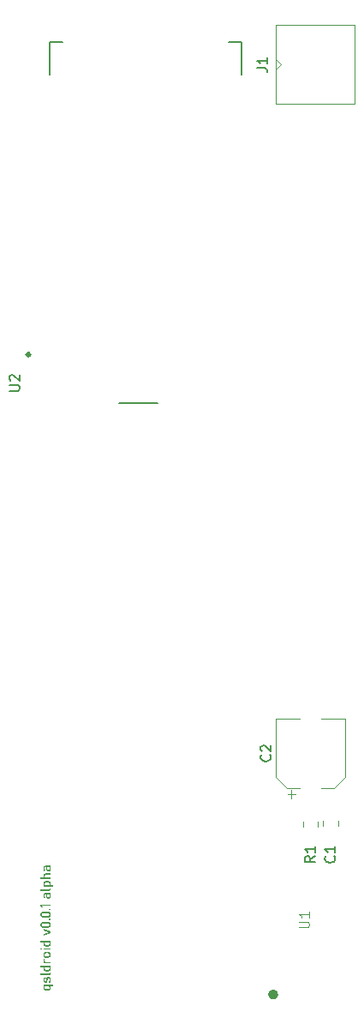
<source format=gbr>
%TF.GenerationSoftware,KiCad,Pcbnew,8.0.6*%
%TF.CreationDate,2024-10-23T18:19:57-04:00*%
%TF.ProjectId,MobileRadio,4d6f6269-6c65-4526-9164-696f2e6b6963,rev?*%
%TF.SameCoordinates,Original*%
%TF.FileFunction,Legend,Top*%
%TF.FilePolarity,Positive*%
%FSLAX46Y46*%
G04 Gerber Fmt 4.6, Leading zero omitted, Abs format (unit mm)*
G04 Created by KiCad (PCBNEW 8.0.6) date 2024-10-23 18:19:57*
%MOMM*%
%LPD*%
G01*
G04 APERTURE LIST*
%ADD10C,0.100000*%
%ADD11C,0.150000*%
%ADD12C,0.504000*%
%ADD13C,0.120000*%
%ADD14C,0.127000*%
%ADD15C,0.300000*%
G04 APERTURE END LIST*
D10*
X127372419Y-142196115D02*
X128181942Y-142196115D01*
X128181942Y-142196115D02*
X128277180Y-142148496D01*
X128277180Y-142148496D02*
X128324800Y-142100877D01*
X128324800Y-142100877D02*
X128372419Y-142005639D01*
X128372419Y-142005639D02*
X128372419Y-141815163D01*
X128372419Y-141815163D02*
X128324800Y-141719925D01*
X128324800Y-141719925D02*
X128277180Y-141672306D01*
X128277180Y-141672306D02*
X128181942Y-141624687D01*
X128181942Y-141624687D02*
X127372419Y-141624687D01*
X128372419Y-140624687D02*
X128372419Y-141196115D01*
X128372419Y-140910401D02*
X127372419Y-140910401D01*
X127372419Y-140910401D02*
X127515276Y-141005639D01*
X127515276Y-141005639D02*
X127610514Y-141100877D01*
X127610514Y-141100877D02*
X127658133Y-141196115D01*
G36*
X103118450Y-147987334D02*
G01*
X102120474Y-147987334D01*
X102120474Y-147847871D01*
X103118450Y-147847871D01*
X103118450Y-147987334D01*
G37*
G36*
X102842212Y-148165631D02*
G01*
X102838600Y-148214565D01*
X102825629Y-148264192D01*
X102799759Y-148311994D01*
X102766741Y-148347348D01*
X102725128Y-148375237D01*
X102675760Y-148395158D01*
X102626202Y-148406053D01*
X102570707Y-148410846D01*
X102553761Y-148411095D01*
X102397201Y-148411095D01*
X102347650Y-148408897D01*
X102295398Y-148400776D01*
X102243008Y-148384167D01*
X102198433Y-148359743D01*
X102183733Y-148348569D01*
X102147132Y-148309360D01*
X102122510Y-148262075D01*
X102110680Y-148213265D01*
X102108018Y-148172470D01*
X102113459Y-148123202D01*
X102131491Y-148074022D01*
X102140990Y-148057431D01*
X102172016Y-148018269D01*
X102211911Y-147985718D01*
X102233314Y-147972923D01*
X102378150Y-147987334D01*
X102329143Y-147993103D01*
X102300969Y-148003698D01*
X102262700Y-148034918D01*
X102252121Y-148051325D01*
X102236914Y-148100326D01*
X102235268Y-148126796D01*
X102242403Y-148177797D01*
X102266045Y-148221181D01*
X102278499Y-148233775D01*
X102322798Y-148259654D01*
X102371410Y-148270302D01*
X102399399Y-148271632D01*
X102553761Y-148271632D01*
X102602806Y-148267159D01*
X102649977Y-148250338D01*
X102673196Y-148233775D01*
X102703349Y-148191414D01*
X102714549Y-148143588D01*
X102715205Y-148126796D01*
X102708431Y-148076479D01*
X102697864Y-148051325D01*
X102664762Y-148014081D01*
X102647550Y-148003698D01*
X102598804Y-147989267D01*
X102568904Y-147987334D01*
X102718625Y-147977808D01*
X102761304Y-148001787D01*
X102797168Y-148035206D01*
X102804354Y-148043754D01*
X102828865Y-148086491D01*
X102840400Y-148134170D01*
X102842212Y-148165631D01*
G37*
G36*
X102840258Y-147385519D02*
G01*
X102838075Y-147437179D01*
X102831525Y-147486095D01*
X102819127Y-147537229D01*
X102812658Y-147556734D01*
X102792585Y-147603245D01*
X102767168Y-147646607D01*
X102736409Y-147686822D01*
X102729616Y-147694487D01*
X102627766Y-147611688D01*
X102657499Y-147568480D01*
X102681118Y-147525684D01*
X102693468Y-147497383D01*
X102708327Y-147448202D01*
X102714866Y-147399395D01*
X102715205Y-147385519D01*
X102712175Y-147333502D01*
X102700780Y-147284678D01*
X102689560Y-147261444D01*
X102652594Y-147228068D01*
X102612623Y-147220167D01*
X102564961Y-147237012D01*
X102556692Y-147247766D01*
X102539281Y-147293912D01*
X102534954Y-147320307D01*
X102529987Y-147369658D01*
X102526406Y-147416294D01*
X102521054Y-147467169D01*
X102515903Y-147501779D01*
X102503359Y-147549372D01*
X102490013Y-147578960D01*
X102459445Y-147617180D01*
X102434326Y-147634891D01*
X102387850Y-147651090D01*
X102339017Y-147655632D01*
X102335163Y-147655652D01*
X102282300Y-147651332D01*
X102231332Y-147636144D01*
X102189367Y-147610021D01*
X102166392Y-147586531D01*
X102139236Y-147542299D01*
X102122559Y-147493996D01*
X102113727Y-147444794D01*
X102110271Y-147389117D01*
X102110216Y-147380635D01*
X102112434Y-147329701D01*
X102119089Y-147281010D01*
X102131533Y-147230039D01*
X102132930Y-147225540D01*
X102151207Y-147177241D01*
X102175141Y-147131077D01*
X102201807Y-147090963D01*
X102303656Y-147174982D01*
X102278695Y-147218002D01*
X102258125Y-147263790D01*
X102252365Y-147280006D01*
X102240093Y-147327784D01*
X102235285Y-147377564D01*
X102235268Y-147380635D01*
X102239299Y-147432696D01*
X102255328Y-147480613D01*
X102259692Y-147487613D01*
X102299363Y-147518048D01*
X102332233Y-147523028D01*
X102376797Y-147501347D01*
X102378639Y-147498360D01*
X102394429Y-147450274D01*
X102396713Y-147433391D01*
X102401181Y-147383296D01*
X102404040Y-147346441D01*
X102408651Y-147296320D01*
X102414054Y-147256803D01*
X102426273Y-147207816D01*
X102441653Y-147173028D01*
X102472991Y-147132831D01*
X102502470Y-147111479D01*
X102550158Y-147094077D01*
X102599786Y-147088480D01*
X102612623Y-147088276D01*
X102666082Y-147092916D01*
X102717684Y-147109231D01*
X102760243Y-147137292D01*
X102783593Y-147162526D01*
X102810985Y-147210085D01*
X102827807Y-147262319D01*
X102836716Y-147315712D01*
X102840036Y-147367189D01*
X102840258Y-147385519D01*
G37*
G36*
X101836175Y-146771004D02*
G01*
X102646817Y-146771004D01*
X102686385Y-146759769D01*
X102700795Y-146728018D01*
X102700795Y-146662316D01*
X102833419Y-146662316D01*
X102833419Y-146744382D01*
X102827618Y-146794324D01*
X102808057Y-146839393D01*
X102784326Y-146866748D01*
X102741656Y-146893389D01*
X102692585Y-146907009D01*
X102645352Y-146910467D01*
X101836175Y-146910467D01*
X101836175Y-146771004D01*
G37*
G36*
X102830000Y-146101779D02*
G01*
X101836175Y-146101779D01*
X101836175Y-145962316D01*
X102830000Y-145962316D01*
X102830000Y-146101779D01*
G37*
G36*
X102842212Y-146280076D02*
G01*
X102838600Y-146329010D01*
X102825629Y-146378637D01*
X102799759Y-146426439D01*
X102766741Y-146461793D01*
X102725128Y-146489682D01*
X102675760Y-146509603D01*
X102626202Y-146520498D01*
X102570707Y-146525291D01*
X102553761Y-146525540D01*
X102397201Y-146525540D01*
X102347650Y-146523342D01*
X102295398Y-146515221D01*
X102243008Y-146498613D01*
X102198433Y-146474188D01*
X102183733Y-146463014D01*
X102147132Y-146423805D01*
X102122510Y-146376521D01*
X102110680Y-146327710D01*
X102108018Y-146286915D01*
X102113459Y-146237647D01*
X102131491Y-146188467D01*
X102140990Y-146171877D01*
X102172016Y-146132714D01*
X102211911Y-146100163D01*
X102233314Y-146087369D01*
X102378150Y-146101779D01*
X102329143Y-146107548D01*
X102300969Y-146118143D01*
X102262700Y-146149364D01*
X102252121Y-146165771D01*
X102236914Y-146214771D01*
X102235268Y-146241242D01*
X102242403Y-146292243D01*
X102266045Y-146335626D01*
X102278499Y-146348220D01*
X102322798Y-146374099D01*
X102371410Y-146384747D01*
X102399399Y-146386078D01*
X102553761Y-146386078D01*
X102602806Y-146381604D01*
X102649977Y-146364783D01*
X102673196Y-146348220D01*
X102703349Y-146305859D01*
X102714549Y-146258033D01*
X102715205Y-146241242D01*
X102708431Y-146190924D01*
X102697864Y-146165771D01*
X102664762Y-146128527D01*
X102647550Y-146118143D01*
X102598804Y-146103713D01*
X102568904Y-146101779D01*
X102718625Y-146092254D01*
X102761304Y-146116232D01*
X102797168Y-146149651D01*
X102804354Y-146158199D01*
X102828865Y-146200937D01*
X102840400Y-146248615D01*
X102842212Y-146280076D01*
G37*
G36*
X102830000Y-145750802D02*
G01*
X102120474Y-145750802D01*
X102120474Y-145611339D01*
X102830000Y-145611339D01*
X102830000Y-145750802D01*
G37*
G36*
X102288513Y-145360502D02*
G01*
X102257605Y-145400279D01*
X102254563Y-145407152D01*
X102243401Y-145456174D01*
X102242840Y-145471877D01*
X102248886Y-145520937D01*
X102270889Y-145565322D01*
X102279476Y-145574947D01*
X102323012Y-145602241D01*
X102372827Y-145611197D01*
X102380837Y-145611339D01*
X102244061Y-145625750D01*
X102200830Y-145598753D01*
X102162678Y-145563151D01*
X102145875Y-145541242D01*
X102122787Y-145497041D01*
X102111469Y-145449373D01*
X102110216Y-145426203D01*
X102114214Y-145377181D01*
X102124382Y-145338276D01*
X102147032Y-145293034D01*
X102165659Y-145269644D01*
X102288513Y-145360502D01*
G37*
G36*
X102585789Y-144605557D02*
G01*
X102641231Y-144615518D01*
X102690361Y-144632819D01*
X102733181Y-144657459D01*
X102759902Y-144679553D01*
X102795058Y-144721715D01*
X102817579Y-144765069D01*
X102832410Y-144814453D01*
X102839551Y-144869868D01*
X102840258Y-144895464D01*
X102837416Y-144945555D01*
X102826915Y-144998417D01*
X102808678Y-145045272D01*
X102778361Y-145091465D01*
X102759413Y-145111618D01*
X102714747Y-145145064D01*
X102668903Y-145166491D01*
X102616747Y-145180601D01*
X102567019Y-145186872D01*
X102531290Y-145188066D01*
X102415764Y-145188066D01*
X102363485Y-145185379D01*
X102308332Y-145175450D01*
X102259467Y-145158204D01*
X102216890Y-145133642D01*
X102190327Y-145111618D01*
X102155279Y-145069349D01*
X102132825Y-145025927D01*
X102118039Y-144976498D01*
X102110920Y-144921061D01*
X102110216Y-144895464D01*
X102242840Y-144895464D01*
X102249194Y-144945335D01*
X102272669Y-144992058D01*
X102288025Y-145008304D01*
X102330787Y-145034396D01*
X102381351Y-145046675D01*
X102415764Y-145048604D01*
X102533244Y-145048604D01*
X102585810Y-145043842D01*
X102633214Y-145027785D01*
X102661960Y-145008304D01*
X102693182Y-144966870D01*
X102706519Y-144917345D01*
X102707634Y-144895464D01*
X102701211Y-144845329D01*
X102677482Y-144798559D01*
X102661960Y-144782379D01*
X102618566Y-144756445D01*
X102567704Y-144744240D01*
X102533244Y-144742323D01*
X102415764Y-144742323D01*
X102363313Y-144747056D01*
X102316298Y-144763016D01*
X102288025Y-144782379D01*
X102257136Y-144823739D01*
X102243943Y-144873447D01*
X102242840Y-144895464D01*
X102110216Y-144895464D01*
X102113032Y-144845380D01*
X102123437Y-144792550D01*
X102141509Y-144745750D01*
X102171551Y-144699649D01*
X102190327Y-144679553D01*
X102234368Y-144646000D01*
X102279640Y-144624505D01*
X102331199Y-144610350D01*
X102380398Y-144604059D01*
X102415764Y-144602861D01*
X102533244Y-144602861D01*
X102585789Y-144605557D01*
G37*
G36*
X101975394Y-144405512D02*
G01*
X101836175Y-144405512D01*
X101836175Y-144266050D01*
X101975394Y-144266050D01*
X101975394Y-144405512D01*
G37*
G36*
X102830000Y-144405512D02*
G01*
X102120474Y-144405512D01*
X102120474Y-144266050D01*
X102830000Y-144266050D01*
X102830000Y-144405512D01*
G37*
G36*
X102830000Y-143651535D02*
G01*
X101836175Y-143651535D01*
X101836175Y-143512072D01*
X102830000Y-143512072D01*
X102830000Y-143651535D01*
G37*
G36*
X102842212Y-143829832D02*
G01*
X102838600Y-143878766D01*
X102825629Y-143928393D01*
X102799759Y-143976195D01*
X102766741Y-144011549D01*
X102725128Y-144039438D01*
X102675760Y-144059359D01*
X102626202Y-144070254D01*
X102570707Y-144075047D01*
X102553761Y-144075296D01*
X102397201Y-144075296D01*
X102347650Y-144073098D01*
X102295398Y-144064977D01*
X102243008Y-144048368D01*
X102198433Y-144023944D01*
X102183733Y-144012770D01*
X102147132Y-143973561D01*
X102122510Y-143926276D01*
X102110680Y-143877466D01*
X102108018Y-143836671D01*
X102113459Y-143787403D01*
X102131491Y-143738223D01*
X102140990Y-143721632D01*
X102172016Y-143682470D01*
X102211911Y-143649919D01*
X102233314Y-143637124D01*
X102378150Y-143651535D01*
X102329143Y-143657304D01*
X102300969Y-143667899D01*
X102262700Y-143699119D01*
X102252121Y-143715526D01*
X102236914Y-143764527D01*
X102235268Y-143790997D01*
X102242403Y-143841998D01*
X102266045Y-143885382D01*
X102278499Y-143897976D01*
X102322798Y-143923855D01*
X102371410Y-143934502D01*
X102399399Y-143935833D01*
X102553761Y-143935833D01*
X102602806Y-143931360D01*
X102649977Y-143914538D01*
X102673196Y-143897976D01*
X102703349Y-143855615D01*
X102714549Y-143807789D01*
X102715205Y-143790997D01*
X102708431Y-143740680D01*
X102697864Y-143715526D01*
X102664762Y-143678282D01*
X102647550Y-143667899D01*
X102598804Y-143653468D01*
X102568904Y-143651535D01*
X102718625Y-143642009D01*
X102761304Y-143665988D01*
X102797168Y-143699407D01*
X102804354Y-143707955D01*
X102828865Y-143750692D01*
X102840400Y-143798371D01*
X102842212Y-143829832D01*
G37*
G36*
X102627034Y-142681402D02*
G01*
X102120474Y-142507745D01*
X102120474Y-142362177D01*
X102830000Y-142628646D01*
X102830000Y-142734159D01*
X102120474Y-143000628D01*
X102120474Y-142855059D01*
X102627034Y-142681402D01*
G37*
G36*
X102612904Y-141655099D02*
G01*
X102662472Y-141665372D01*
X102712481Y-141685499D01*
X102755406Y-141714572D01*
X102765031Y-141723237D01*
X102797943Y-141763247D01*
X102821451Y-141811959D01*
X102834307Y-141861719D01*
X102839964Y-141918140D01*
X102840258Y-141935484D01*
X102837579Y-141986283D01*
X102827681Y-142039210D01*
X102810491Y-142085312D01*
X102781914Y-142129642D01*
X102764054Y-142148464D01*
X102722594Y-142179346D01*
X102674417Y-142201404D01*
X102626752Y-142213467D01*
X102573945Y-142218775D01*
X102557913Y-142219050D01*
X102106064Y-142219050D01*
X102051073Y-142215614D01*
X102001505Y-142205306D01*
X101951496Y-142185110D01*
X101908570Y-142155938D01*
X101898946Y-142147243D01*
X101866034Y-142107080D01*
X101842526Y-142058400D01*
X101829670Y-142008817D01*
X101824013Y-141952712D01*
X101823719Y-141935484D01*
X101956343Y-141935484D01*
X101961941Y-141986844D01*
X101982625Y-142031657D01*
X101996154Y-142045882D01*
X102040011Y-142070075D01*
X102088959Y-142079061D01*
X102106064Y-142079588D01*
X102557913Y-142079588D01*
X102609751Y-142074025D01*
X102657343Y-142053782D01*
X102667822Y-142045882D01*
X102696398Y-142004716D01*
X102707012Y-141953932D01*
X102707634Y-141935484D01*
X102702035Y-141884010D01*
X102681352Y-141839238D01*
X102667822Y-141825087D01*
X102623723Y-141800718D01*
X102574911Y-141791667D01*
X102557913Y-141791137D01*
X102106064Y-141791137D01*
X102053990Y-141796740D01*
X102006527Y-141817130D01*
X101996154Y-141825087D01*
X101967579Y-141866131D01*
X101956965Y-141916983D01*
X101956343Y-141935484D01*
X101823719Y-141935484D01*
X101826355Y-141885084D01*
X101836094Y-141832469D01*
X101853009Y-141786515D01*
X101881127Y-141742155D01*
X101898702Y-141723237D01*
X101939689Y-141691929D01*
X101987911Y-141669565D01*
X102036042Y-141657335D01*
X102089712Y-141651954D01*
X102106064Y-141651674D01*
X102557913Y-141651674D01*
X102612904Y-141655099D01*
G37*
G36*
X102830000Y-141505373D02*
G01*
X102683698Y-141505373D01*
X102683698Y-141359071D01*
X102830000Y-141359071D01*
X102830000Y-141505373D01*
G37*
G36*
X102612904Y-140648818D02*
G01*
X102662472Y-140659091D01*
X102712481Y-140679219D01*
X102755406Y-140708291D01*
X102765031Y-140716957D01*
X102797943Y-140756967D01*
X102821451Y-140805678D01*
X102834307Y-140855438D01*
X102839964Y-140911860D01*
X102840258Y-140929204D01*
X102837579Y-140980003D01*
X102827681Y-141032930D01*
X102810491Y-141079032D01*
X102781914Y-141123362D01*
X102764054Y-141142184D01*
X102722594Y-141173065D01*
X102674417Y-141195123D01*
X102626752Y-141207186D01*
X102573945Y-141212494D01*
X102557913Y-141212770D01*
X102106064Y-141212770D01*
X102051073Y-141209334D01*
X102001505Y-141199026D01*
X101951496Y-141178830D01*
X101908570Y-141149658D01*
X101898946Y-141140963D01*
X101866034Y-141100800D01*
X101842526Y-141052119D01*
X101829670Y-141002536D01*
X101824013Y-140946432D01*
X101823719Y-140929204D01*
X101956343Y-140929204D01*
X101961941Y-140980564D01*
X101982625Y-141025376D01*
X101996154Y-141039602D01*
X102040011Y-141063795D01*
X102088959Y-141072781D01*
X102106064Y-141073307D01*
X102557913Y-141073307D01*
X102609751Y-141067745D01*
X102657343Y-141047501D01*
X102667822Y-141039602D01*
X102696398Y-140998436D01*
X102707012Y-140947652D01*
X102707634Y-140929204D01*
X102702035Y-140877730D01*
X102681352Y-140832957D01*
X102667822Y-140818806D01*
X102623723Y-140794438D01*
X102574911Y-140785387D01*
X102557913Y-140784856D01*
X102106064Y-140784856D01*
X102053990Y-140790459D01*
X102006527Y-140810849D01*
X101996154Y-140818806D01*
X101967579Y-140859850D01*
X101956965Y-140910703D01*
X101956343Y-140929204D01*
X101823719Y-140929204D01*
X101826355Y-140878803D01*
X101836094Y-140826188D01*
X101853009Y-140780235D01*
X101881127Y-140735874D01*
X101898702Y-140716957D01*
X101939689Y-140685648D01*
X101987911Y-140663285D01*
X102036042Y-140651055D01*
X102089712Y-140645673D01*
X102106064Y-140645394D01*
X102557913Y-140645394D01*
X102612904Y-140648818D01*
G37*
G36*
X102830000Y-140499092D02*
G01*
X102683698Y-140499092D01*
X102683698Y-140352791D01*
X102830000Y-140352791D01*
X102830000Y-140499092D01*
G37*
G36*
X101836175Y-139925610D02*
G01*
X102830000Y-139925610D01*
X102830000Y-140065073D01*
X101987850Y-140065073D01*
X102074556Y-140206489D01*
X101930453Y-140206489D01*
X101836175Y-140065073D01*
X101836175Y-139925610D01*
G37*
G36*
X102830000Y-138917864D02*
G01*
X102380104Y-138917864D01*
X102328666Y-138924031D01*
X102282037Y-138946475D01*
X102271905Y-138955233D01*
X102244205Y-138996907D01*
X102233653Y-139048198D01*
X102233314Y-139060746D01*
X102237792Y-139109998D01*
X102246015Y-139143300D01*
X102264854Y-139188433D01*
X102282407Y-139215840D01*
X102212798Y-139317690D01*
X102176894Y-139280713D01*
X102150121Y-139239068D01*
X102137327Y-139211444D01*
X102121892Y-139164375D01*
X102112863Y-139113842D01*
X102110216Y-139064898D01*
X102113523Y-139009442D01*
X102123446Y-138959758D01*
X102142886Y-138910047D01*
X102170966Y-138867877D01*
X102179337Y-138858513D01*
X102217332Y-138826456D01*
X102262440Y-138803558D01*
X102314662Y-138789820D01*
X102366192Y-138785312D01*
X102373998Y-138785240D01*
X102830000Y-138785240D01*
X102830000Y-138917864D01*
G37*
G36*
X102840258Y-139091521D02*
G01*
X102837675Y-139145557D01*
X102828397Y-139199641D01*
X102809895Y-139250706D01*
X102786280Y-139287404D01*
X102746939Y-139321793D01*
X102701947Y-139341854D01*
X102647874Y-139351597D01*
X102620928Y-139352616D01*
X102571285Y-139348876D01*
X102523466Y-139335728D01*
X102480304Y-139310016D01*
X102462658Y-139292777D01*
X102435095Y-139249557D01*
X102419017Y-139200708D01*
X102411666Y-139149371D01*
X102410390Y-139113503D01*
X102410390Y-138911758D01*
X102522498Y-138902233D01*
X102522498Y-139112770D01*
X102529322Y-139162608D01*
X102546678Y-139194103D01*
X102589564Y-139218226D01*
X102620928Y-139221458D01*
X102670352Y-139211256D01*
X102700795Y-139185310D01*
X102720212Y-139139881D01*
X102726457Y-139089661D01*
X102726685Y-139076378D01*
X102724665Y-139026648D01*
X102716250Y-138976880D01*
X102709588Y-138957676D01*
X102675169Y-138921013D01*
X102656343Y-138917864D01*
X102756238Y-138903454D01*
X102793470Y-138936243D01*
X102803377Y-138949371D01*
X102825771Y-138994801D01*
X102830976Y-139011898D01*
X102839161Y-139062057D01*
X102840258Y-139091521D01*
G37*
G36*
X101836175Y-138434508D02*
G01*
X102646817Y-138434508D01*
X102686385Y-138423272D01*
X102700795Y-138391521D01*
X102700795Y-138325819D01*
X102833419Y-138325819D01*
X102833419Y-138407885D01*
X102827618Y-138457827D01*
X102808057Y-138502896D01*
X102784326Y-138530251D01*
X102741656Y-138556892D01*
X102692585Y-138570512D01*
X102645352Y-138573970D01*
X101836175Y-138573970D01*
X101836175Y-138434508D01*
G37*
G36*
X103118450Y-138175366D02*
G01*
X102120474Y-138175366D01*
X102120474Y-138035903D01*
X103118450Y-138035903D01*
X103118450Y-138175366D01*
G37*
G36*
X102840258Y-137857606D02*
G01*
X102835017Y-137908604D01*
X102817653Y-137957304D01*
X102808506Y-137973133D01*
X102775675Y-138011134D01*
X102732745Y-138039223D01*
X102718625Y-138045429D01*
X102570125Y-138035903D01*
X102619830Y-138030134D01*
X102648283Y-138019539D01*
X102686580Y-137988445D01*
X102697376Y-137972156D01*
X102712452Y-137925443D01*
X102714473Y-137896441D01*
X102707539Y-137845598D01*
X102684565Y-137802294D01*
X102672463Y-137789706D01*
X102629066Y-137763660D01*
X102581301Y-137752944D01*
X102553761Y-137751605D01*
X102400132Y-137751605D01*
X102350555Y-137756107D01*
X102302679Y-137773037D01*
X102278988Y-137789706D01*
X102249602Y-137828769D01*
X102236673Y-137879706D01*
X102236001Y-137896441D01*
X102242393Y-137946854D01*
X102252365Y-137972156D01*
X102285430Y-138010441D01*
X102300237Y-138019539D01*
X102347375Y-138033970D01*
X102376685Y-138035903D01*
X102240153Y-138050314D01*
X102197460Y-138023386D01*
X102160279Y-137988013D01*
X102144166Y-137966294D01*
X102122184Y-137922130D01*
X102111409Y-137874177D01*
X102110216Y-137850767D01*
X102114933Y-137796881D01*
X102129084Y-137749528D01*
X102156280Y-137704066D01*
X102185687Y-137674424D01*
X102227346Y-137647175D01*
X102276851Y-137627712D01*
X102326604Y-137617068D01*
X102382364Y-137612385D01*
X102399399Y-137612142D01*
X102553761Y-137612142D01*
X102602639Y-137614400D01*
X102654259Y-137622743D01*
X102706126Y-137639806D01*
X102750391Y-137664898D01*
X102765031Y-137676378D01*
X102801395Y-137716684D01*
X102825859Y-137765336D01*
X102837613Y-137815589D01*
X102840258Y-137857606D01*
G37*
G36*
X102830000Y-137414305D02*
G01*
X101836175Y-137414305D01*
X101836175Y-137274842D01*
X102830000Y-137274842D01*
X102830000Y-137414305D01*
G37*
G36*
X102830000Y-136983705D02*
G01*
X102400132Y-136983705D01*
X102348521Y-136989132D01*
X102300462Y-137009181D01*
X102283872Y-137022295D01*
X102254420Y-137065612D01*
X102243481Y-137114699D01*
X102242840Y-137131960D01*
X102248725Y-137182406D01*
X102270141Y-137227891D01*
X102278499Y-137237718D01*
X102321303Y-137265561D01*
X102370877Y-137274697D01*
X102378883Y-137274842D01*
X102242107Y-137289253D01*
X102199013Y-137261856D01*
X102161321Y-137225741D01*
X102144898Y-137203524D01*
X102122443Y-137158606D01*
X102111435Y-137109980D01*
X102110216Y-137086287D01*
X102114933Y-137031790D01*
X102129084Y-136983827D01*
X102156280Y-136937678D01*
X102185687Y-136907501D01*
X102227346Y-136879825D01*
X102276851Y-136860057D01*
X102326604Y-136849246D01*
X102382364Y-136844489D01*
X102399399Y-136844242D01*
X102830000Y-136844242D01*
X102830000Y-136983705D01*
G37*
G36*
X102830000Y-136232170D02*
G01*
X102380104Y-136232170D01*
X102328666Y-136238337D01*
X102282037Y-136260781D01*
X102271905Y-136269539D01*
X102244205Y-136311213D01*
X102233653Y-136362504D01*
X102233314Y-136375052D01*
X102237792Y-136424304D01*
X102246015Y-136457606D01*
X102264854Y-136502739D01*
X102282407Y-136530146D01*
X102212798Y-136631995D01*
X102176894Y-136595019D01*
X102150121Y-136553374D01*
X102137327Y-136525750D01*
X102121892Y-136478680D01*
X102112863Y-136428148D01*
X102110216Y-136379204D01*
X102113523Y-136323747D01*
X102123446Y-136274064D01*
X102142886Y-136224353D01*
X102170966Y-136182183D01*
X102179337Y-136172819D01*
X102217332Y-136140762D01*
X102262440Y-136117864D01*
X102314662Y-136104125D01*
X102366192Y-136099617D01*
X102373998Y-136099546D01*
X102830000Y-136099546D01*
X102830000Y-136232170D01*
G37*
G36*
X102840258Y-136405826D02*
G01*
X102837675Y-136459862D01*
X102828397Y-136513947D01*
X102809895Y-136565012D01*
X102786280Y-136601709D01*
X102746939Y-136636099D01*
X102701947Y-136656159D01*
X102647874Y-136665903D01*
X102620928Y-136666922D01*
X102571285Y-136663182D01*
X102523466Y-136650034D01*
X102480304Y-136624321D01*
X102462658Y-136607083D01*
X102435095Y-136563863D01*
X102419017Y-136515013D01*
X102411666Y-136463677D01*
X102410390Y-136427808D01*
X102410390Y-136226064D01*
X102522498Y-136216538D01*
X102522498Y-136427076D01*
X102529322Y-136476913D01*
X102546678Y-136508408D01*
X102589564Y-136532531D01*
X102620928Y-136535764D01*
X102670352Y-136525562D01*
X102700795Y-136499616D01*
X102720212Y-136454187D01*
X102726457Y-136403967D01*
X102726685Y-136390683D01*
X102724665Y-136340954D01*
X102716250Y-136291185D01*
X102709588Y-136271981D01*
X102675169Y-136235319D01*
X102656343Y-136232170D01*
X102756238Y-136217759D01*
X102793470Y-136250549D01*
X102803377Y-136263677D01*
X102825771Y-136309106D01*
X102830976Y-136326203D01*
X102839161Y-136376362D01*
X102840258Y-136405826D01*
G37*
D11*
X128954819Y-135166666D02*
X128478628Y-135499999D01*
X128954819Y-135738094D02*
X127954819Y-135738094D01*
X127954819Y-135738094D02*
X127954819Y-135357142D01*
X127954819Y-135357142D02*
X128002438Y-135261904D01*
X128002438Y-135261904D02*
X128050057Y-135214285D01*
X128050057Y-135214285D02*
X128145295Y-135166666D01*
X128145295Y-135166666D02*
X128288152Y-135166666D01*
X128288152Y-135166666D02*
X128383390Y-135214285D01*
X128383390Y-135214285D02*
X128431009Y-135261904D01*
X128431009Y-135261904D02*
X128478628Y-135357142D01*
X128478628Y-135357142D02*
X128478628Y-135738094D01*
X128954819Y-134214285D02*
X128954819Y-134785713D01*
X128954819Y-134499999D02*
X127954819Y-134499999D01*
X127954819Y-134499999D02*
X128097676Y-134595237D01*
X128097676Y-134595237D02*
X128192914Y-134690475D01*
X128192914Y-134690475D02*
X128240533Y-134785713D01*
X124509580Y-125166666D02*
X124557200Y-125214285D01*
X124557200Y-125214285D02*
X124604819Y-125357142D01*
X124604819Y-125357142D02*
X124604819Y-125452380D01*
X124604819Y-125452380D02*
X124557200Y-125595237D01*
X124557200Y-125595237D02*
X124461961Y-125690475D01*
X124461961Y-125690475D02*
X124366723Y-125738094D01*
X124366723Y-125738094D02*
X124176247Y-125785713D01*
X124176247Y-125785713D02*
X124033390Y-125785713D01*
X124033390Y-125785713D02*
X123842914Y-125738094D01*
X123842914Y-125738094D02*
X123747676Y-125690475D01*
X123747676Y-125690475D02*
X123652438Y-125595237D01*
X123652438Y-125595237D02*
X123604819Y-125452380D01*
X123604819Y-125452380D02*
X123604819Y-125357142D01*
X123604819Y-125357142D02*
X123652438Y-125214285D01*
X123652438Y-125214285D02*
X123700057Y-125166666D01*
X123700057Y-124785713D02*
X123652438Y-124738094D01*
X123652438Y-124738094D02*
X123604819Y-124642856D01*
X123604819Y-124642856D02*
X123604819Y-124404761D01*
X123604819Y-124404761D02*
X123652438Y-124309523D01*
X123652438Y-124309523D02*
X123700057Y-124261904D01*
X123700057Y-124261904D02*
X123795295Y-124214285D01*
X123795295Y-124214285D02*
X123890533Y-124214285D01*
X123890533Y-124214285D02*
X124033390Y-124261904D01*
X124033390Y-124261904D02*
X124604819Y-124833332D01*
X124604819Y-124833332D02*
X124604819Y-124214285D01*
X130859580Y-135166666D02*
X130907200Y-135214285D01*
X130907200Y-135214285D02*
X130954819Y-135357142D01*
X130954819Y-135357142D02*
X130954819Y-135452380D01*
X130954819Y-135452380D02*
X130907200Y-135595237D01*
X130907200Y-135595237D02*
X130811961Y-135690475D01*
X130811961Y-135690475D02*
X130716723Y-135738094D01*
X130716723Y-135738094D02*
X130526247Y-135785713D01*
X130526247Y-135785713D02*
X130383390Y-135785713D01*
X130383390Y-135785713D02*
X130192914Y-135738094D01*
X130192914Y-135738094D02*
X130097676Y-135690475D01*
X130097676Y-135690475D02*
X130002438Y-135595237D01*
X130002438Y-135595237D02*
X129954819Y-135452380D01*
X129954819Y-135452380D02*
X129954819Y-135357142D01*
X129954819Y-135357142D02*
X130002438Y-135214285D01*
X130002438Y-135214285D02*
X130050057Y-135166666D01*
X130954819Y-134214285D02*
X130954819Y-134785713D01*
X130954819Y-134499999D02*
X129954819Y-134499999D01*
X129954819Y-134499999D02*
X130097676Y-134595237D01*
X130097676Y-134595237D02*
X130192914Y-134690475D01*
X130192914Y-134690475D02*
X130240533Y-134785713D01*
X123254819Y-57333333D02*
X123969104Y-57333333D01*
X123969104Y-57333333D02*
X124111961Y-57380952D01*
X124111961Y-57380952D02*
X124207200Y-57476190D01*
X124207200Y-57476190D02*
X124254819Y-57619047D01*
X124254819Y-57619047D02*
X124254819Y-57714285D01*
X124254819Y-56333333D02*
X124254819Y-56904761D01*
X124254819Y-56619047D02*
X123254819Y-56619047D01*
X123254819Y-56619047D02*
X123397676Y-56714285D01*
X123397676Y-56714285D02*
X123492914Y-56809523D01*
X123492914Y-56809523D02*
X123540533Y-56904761D01*
X98761162Y-89222646D02*
X99571209Y-89222646D01*
X99571209Y-89222646D02*
X99666509Y-89174997D01*
X99666509Y-89174997D02*
X99714159Y-89127347D01*
X99714159Y-89127347D02*
X99761808Y-89032047D01*
X99761808Y-89032047D02*
X99761808Y-88841448D01*
X99761808Y-88841448D02*
X99714159Y-88746148D01*
X99714159Y-88746148D02*
X99666509Y-88698499D01*
X99666509Y-88698499D02*
X99571209Y-88650849D01*
X99571209Y-88650849D02*
X98761162Y-88650849D01*
X98856462Y-88222000D02*
X98808812Y-88174350D01*
X98808812Y-88174350D02*
X98761162Y-88079051D01*
X98761162Y-88079051D02*
X98761162Y-87840802D01*
X98761162Y-87840802D02*
X98808812Y-87745502D01*
X98808812Y-87745502D02*
X98856462Y-87697852D01*
X98856462Y-87697852D02*
X98951762Y-87650203D01*
X98951762Y-87650203D02*
X99047061Y-87650203D01*
X99047061Y-87650203D02*
X99190011Y-87697852D01*
X99190011Y-87697852D02*
X99761808Y-88269650D01*
X99761808Y-88269650D02*
X99761808Y-87650203D01*
%TO.C,U1*%
D12*
X125082500Y-148819750D02*
G75*
G02*
X124578500Y-148819750I-252000J0D01*
G01*
X124578500Y-148819750D02*
G75*
G02*
X125082500Y-148819750I252000J0D01*
G01*
D13*
%TO.C,R1*%
X129235000Y-131772936D02*
X129235000Y-132227064D01*
X127765000Y-131772936D02*
X127765000Y-132227064D01*
%TO.C,C2*%
X126652500Y-129437500D02*
X126652500Y-128650000D01*
X126258750Y-129043750D02*
X127046250Y-129043750D01*
X126154437Y-128410000D02*
X127440000Y-128410000D01*
X126154437Y-128410000D02*
X125090000Y-127345563D01*
X130845563Y-128410000D02*
X129560000Y-128410000D01*
X130845563Y-128410000D02*
X131910000Y-127345563D01*
X125090000Y-127345563D02*
X125090000Y-121590000D01*
X131910000Y-127345563D02*
X131910000Y-121590000D01*
X125090000Y-121590000D02*
X127440000Y-121590000D01*
X131910000Y-121590000D02*
X129560000Y-121590000D01*
%TO.C,C1*%
X131235000Y-131688748D02*
X131235000Y-132211252D01*
X129765000Y-131688748D02*
X129765000Y-132211252D01*
%TO.C,J1*%
X125115000Y-57500000D02*
X125615000Y-57000000D01*
X125615000Y-57000000D02*
X125115000Y-56500000D01*
X125090000Y-53090000D02*
X132910000Y-53090000D01*
X132910000Y-60910000D01*
X125090000Y-60910000D01*
X125090000Y-53090000D01*
D14*
%TO.C,U2*%
X109600000Y-90425000D02*
X113400000Y-90425000D01*
X102700000Y-58025000D02*
X102700000Y-54825000D01*
X102700000Y-54825000D02*
X104000000Y-54825000D01*
X120400000Y-54825000D02*
X121700000Y-54825000D01*
X121700000Y-54825000D02*
X121700000Y-58025000D01*
D15*
X100790000Y-85645000D02*
G75*
G02*
X100490000Y-85645000I-150000J0D01*
G01*
X100490000Y-85645000D02*
G75*
G02*
X100790000Y-85645000I150000J0D01*
G01*
%TD*%
M02*

</source>
